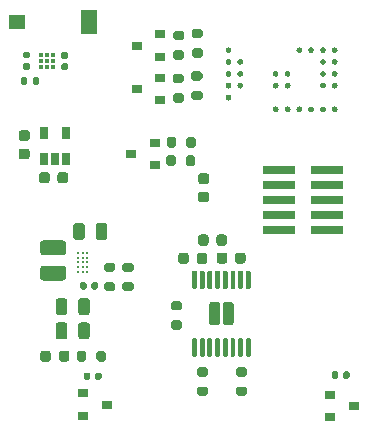
<source format=gbr>
%TF.GenerationSoftware,KiCad,Pcbnew,(5.1.9)-1*%
%TF.CreationDate,2021-03-26T19:47:33+01:00*%
%TF.ProjectId,DotBot,446f7442-6f74-42e6-9b69-6361645f7063,rev?*%
%TF.SameCoordinates,Original*%
%TF.FileFunction,Paste,Top*%
%TF.FilePolarity,Positive*%
%FSLAX46Y46*%
G04 Gerber Fmt 4.6, Leading zero omitted, Abs format (unit mm)*
G04 Created by KiCad (PCBNEW (5.1.9)-1) date 2021-03-26 19:47:33*
%MOMM*%
%LPD*%
G01*
G04 APERTURE LIST*
%ADD10R,2.790000X0.740000*%
%ADD11C,0.400000*%
%ADD12R,1.400000X1.200000*%
%ADD13R,1.400000X2.000000*%
%ADD14R,0.900000X0.800000*%
%ADD15R,0.650000X1.060000*%
%ADD16C,0.290000*%
G04 APERTURE END LIST*
%TO.C,C7*%
G36*
G01*
X95100000Y-67550000D02*
X95100000Y-67050000D01*
G75*
G02*
X95325000Y-66825000I225000J0D01*
G01*
X95775000Y-66825000D01*
G75*
G02*
X96000000Y-67050000I0J-225000D01*
G01*
X96000000Y-67550000D01*
G75*
G02*
X95775000Y-67775000I-225000J0D01*
G01*
X95325000Y-67775000D01*
G75*
G02*
X95100000Y-67550000I0J225000D01*
G01*
G37*
G36*
G01*
X96650000Y-67550000D02*
X96650000Y-67050000D01*
G75*
G02*
X96875000Y-66825000I225000J0D01*
G01*
X97325000Y-66825000D01*
G75*
G02*
X97550000Y-67050000I0J-225000D01*
G01*
X97550000Y-67550000D01*
G75*
G02*
X97325000Y-67775000I-225000J0D01*
G01*
X96875000Y-67775000D01*
G75*
G02*
X96650000Y-67550000I0J225000D01*
G01*
G37*
%TD*%
%TO.C,C14*%
G36*
G01*
X93750000Y-61675000D02*
X94250000Y-61675000D01*
G75*
G02*
X94475000Y-61900000I0J-225000D01*
G01*
X94475000Y-62350000D01*
G75*
G02*
X94250000Y-62575000I-225000J0D01*
G01*
X93750000Y-62575000D01*
G75*
G02*
X93525000Y-62350000I0J225000D01*
G01*
X93525000Y-61900000D01*
G75*
G02*
X93750000Y-61675000I225000J0D01*
G01*
G37*
G36*
G01*
X93750000Y-60125000D02*
X94250000Y-60125000D01*
G75*
G02*
X94475000Y-60350000I0J-225000D01*
G01*
X94475000Y-60800000D01*
G75*
G02*
X94250000Y-61025000I-225000J0D01*
G01*
X93750000Y-61025000D01*
G75*
G02*
X93525000Y-60800000I0J225000D01*
G01*
X93525000Y-60350000D01*
G75*
G02*
X93750000Y-60125000I225000J0D01*
G01*
G37*
%TD*%
%TO.C,R13*%
G36*
G01*
X84075000Y-75325000D02*
X84075000Y-75875000D01*
G75*
G02*
X83875000Y-76075000I-200000J0D01*
G01*
X83475000Y-76075000D01*
G75*
G02*
X83275000Y-75875000I0J200000D01*
G01*
X83275000Y-75325000D01*
G75*
G02*
X83475000Y-75125000I200000J0D01*
G01*
X83875000Y-75125000D01*
G75*
G02*
X84075000Y-75325000I0J-200000D01*
G01*
G37*
G36*
G01*
X85725000Y-75325000D02*
X85725000Y-75875000D01*
G75*
G02*
X85525000Y-76075000I-200000J0D01*
G01*
X85125000Y-76075000D01*
G75*
G02*
X84925000Y-75875000I0J200000D01*
G01*
X84925000Y-75325000D01*
G75*
G02*
X85125000Y-75125000I200000J0D01*
G01*
X85525000Y-75125000D01*
G75*
G02*
X85725000Y-75325000I0J-200000D01*
G01*
G37*
%TD*%
%TO.C,D2*%
G36*
G01*
X81750000Y-75856250D02*
X81750000Y-75343750D01*
G75*
G02*
X81968750Y-75125000I218750J0D01*
G01*
X82406250Y-75125000D01*
G75*
G02*
X82625000Y-75343750I0J-218750D01*
G01*
X82625000Y-75856250D01*
G75*
G02*
X82406250Y-76075000I-218750J0D01*
G01*
X81968750Y-76075000D01*
G75*
G02*
X81750000Y-75856250I0J218750D01*
G01*
G37*
G36*
G01*
X80175000Y-75856250D02*
X80175000Y-75343750D01*
G75*
G02*
X80393750Y-75125000I218750J0D01*
G01*
X80831250Y-75125000D01*
G75*
G02*
X81050000Y-75343750I0J-218750D01*
G01*
X81050000Y-75856250D01*
G75*
G02*
X80831250Y-76075000I-218750J0D01*
G01*
X80393750Y-76075000D01*
G75*
G02*
X80175000Y-75856250I0J218750D01*
G01*
G37*
%TD*%
D10*
%TO.C,J3*%
X100365000Y-59860000D03*
X104435000Y-59860000D03*
X100365000Y-61130000D03*
X104435000Y-61130000D03*
X100365000Y-62400000D03*
X104435000Y-62400000D03*
X100365000Y-63670000D03*
X104435000Y-63670000D03*
X100365000Y-64940000D03*
X104435000Y-64940000D03*
%TD*%
D11*
%TO.C,U4*%
X81212000Y-51120000D03*
X80712000Y-51120000D03*
X80212000Y-51120000D03*
X80212000Y-50620000D03*
X81212000Y-50620000D03*
X81212000Y-50120000D03*
X80212000Y-50120000D03*
X80712000Y-50120000D03*
X80712000Y-50620000D03*
%TD*%
%TO.C,C1*%
G36*
G01*
X82066000Y-49860000D02*
X82406000Y-49860000D01*
G75*
G02*
X82546000Y-50000000I0J-140000D01*
G01*
X82546000Y-50280000D01*
G75*
G02*
X82406000Y-50420000I-140000J0D01*
G01*
X82066000Y-50420000D01*
G75*
G02*
X81926000Y-50280000I0J140000D01*
G01*
X81926000Y-50000000D01*
G75*
G02*
X82066000Y-49860000I140000J0D01*
G01*
G37*
G36*
G01*
X82066000Y-50820000D02*
X82406000Y-50820000D01*
G75*
G02*
X82546000Y-50960000I0J-140000D01*
G01*
X82546000Y-51240000D01*
G75*
G02*
X82406000Y-51380000I-140000J0D01*
G01*
X82066000Y-51380000D01*
G75*
G02*
X81926000Y-51240000I0J140000D01*
G01*
X81926000Y-50960000D01*
G75*
G02*
X82066000Y-50820000I140000J0D01*
G01*
G37*
%TD*%
%TO.C,C2*%
G36*
G01*
X79170000Y-50380000D02*
X78830000Y-50380000D01*
G75*
G02*
X78690000Y-50240000I0J140000D01*
G01*
X78690000Y-49960000D01*
G75*
G02*
X78830000Y-49820000I140000J0D01*
G01*
X79170000Y-49820000D01*
G75*
G02*
X79310000Y-49960000I0J-140000D01*
G01*
X79310000Y-50240000D01*
G75*
G02*
X79170000Y-50380000I-140000J0D01*
G01*
G37*
G36*
G01*
X79170000Y-51340000D02*
X78830000Y-51340000D01*
G75*
G02*
X78690000Y-51200000I0J140000D01*
G01*
X78690000Y-50920000D01*
G75*
G02*
X78830000Y-50780000I140000J0D01*
G01*
X79170000Y-50780000D01*
G75*
G02*
X79310000Y-50920000I0J-140000D01*
G01*
X79310000Y-51200000D01*
G75*
G02*
X79170000Y-51340000I-140000J0D01*
G01*
G37*
%TD*%
%TO.C,C3*%
G36*
G01*
X83840000Y-77470000D02*
X83840000Y-77130000D01*
G75*
G02*
X83980000Y-76990000I140000J0D01*
G01*
X84260000Y-76990000D01*
G75*
G02*
X84400000Y-77130000I0J-140000D01*
G01*
X84400000Y-77470000D01*
G75*
G02*
X84260000Y-77610000I-140000J0D01*
G01*
X83980000Y-77610000D01*
G75*
G02*
X83840000Y-77470000I0J140000D01*
G01*
G37*
G36*
G01*
X84800000Y-77470000D02*
X84800000Y-77130000D01*
G75*
G02*
X84940000Y-76990000I140000J0D01*
G01*
X85220000Y-76990000D01*
G75*
G02*
X85360000Y-77130000I0J-140000D01*
G01*
X85360000Y-77470000D01*
G75*
G02*
X85220000Y-77610000I-140000J0D01*
G01*
X84940000Y-77610000D01*
G75*
G02*
X84800000Y-77470000I0J140000D01*
G01*
G37*
%TD*%
%TO.C,C4*%
G36*
G01*
X105800000Y-77370000D02*
X105800000Y-77030000D01*
G75*
G02*
X105940000Y-76890000I140000J0D01*
G01*
X106220000Y-76890000D01*
G75*
G02*
X106360000Y-77030000I0J-140000D01*
G01*
X106360000Y-77370000D01*
G75*
G02*
X106220000Y-77510000I-140000J0D01*
G01*
X105940000Y-77510000D01*
G75*
G02*
X105800000Y-77370000I0J140000D01*
G01*
G37*
G36*
G01*
X104840000Y-77370000D02*
X104840000Y-77030000D01*
G75*
G02*
X104980000Y-76890000I140000J0D01*
G01*
X105260000Y-76890000D01*
G75*
G02*
X105400000Y-77030000I0J-140000D01*
G01*
X105400000Y-77370000D01*
G75*
G02*
X105260000Y-77510000I-140000J0D01*
G01*
X104980000Y-77510000D01*
G75*
G02*
X104840000Y-77370000I0J140000D01*
G01*
G37*
%TD*%
%TO.C,C5*%
G36*
G01*
X95975000Y-65525000D02*
X95975000Y-66025000D01*
G75*
G02*
X95750000Y-66250000I-225000J0D01*
G01*
X95300000Y-66250000D01*
G75*
G02*
X95075000Y-66025000I0J225000D01*
G01*
X95075000Y-65525000D01*
G75*
G02*
X95300000Y-65300000I225000J0D01*
G01*
X95750000Y-65300000D01*
G75*
G02*
X95975000Y-65525000I0J-225000D01*
G01*
G37*
G36*
G01*
X94425000Y-65525000D02*
X94425000Y-66025000D01*
G75*
G02*
X94200000Y-66250000I-225000J0D01*
G01*
X93750000Y-66250000D01*
G75*
G02*
X93525000Y-66025000I0J225000D01*
G01*
X93525000Y-65525000D01*
G75*
G02*
X93750000Y-65300000I225000J0D01*
G01*
X94200000Y-65300000D01*
G75*
G02*
X94425000Y-65525000I0J-225000D01*
G01*
G37*
%TD*%
%TO.C,C6*%
G36*
G01*
X92750000Y-67075000D02*
X92750000Y-67575000D01*
G75*
G02*
X92525000Y-67800000I-225000J0D01*
G01*
X92075000Y-67800000D01*
G75*
G02*
X91850000Y-67575000I0J225000D01*
G01*
X91850000Y-67075000D01*
G75*
G02*
X92075000Y-66850000I225000J0D01*
G01*
X92525000Y-66850000D01*
G75*
G02*
X92750000Y-67075000I0J-225000D01*
G01*
G37*
G36*
G01*
X94300000Y-67075000D02*
X94300000Y-67575000D01*
G75*
G02*
X94075000Y-67800000I-225000J0D01*
G01*
X93625000Y-67800000D01*
G75*
G02*
X93400000Y-67575000I0J225000D01*
G01*
X93400000Y-67075000D01*
G75*
G02*
X93625000Y-66850000I225000J0D01*
G01*
X94075000Y-66850000D01*
G75*
G02*
X94300000Y-67075000I0J-225000D01*
G01*
G37*
%TD*%
%TO.C,C8*%
G36*
G01*
X82470000Y-72985000D02*
X82470000Y-73935000D01*
G75*
G02*
X82220000Y-74185000I-250000J0D01*
G01*
X81720000Y-74185000D01*
G75*
G02*
X81470000Y-73935000I0J250000D01*
G01*
X81470000Y-72985000D01*
G75*
G02*
X81720000Y-72735000I250000J0D01*
G01*
X82220000Y-72735000D01*
G75*
G02*
X82470000Y-72985000I0J-250000D01*
G01*
G37*
G36*
G01*
X84370000Y-72985000D02*
X84370000Y-73935000D01*
G75*
G02*
X84120000Y-74185000I-250000J0D01*
G01*
X83620000Y-74185000D01*
G75*
G02*
X83370000Y-73935000I0J250000D01*
G01*
X83370000Y-72985000D01*
G75*
G02*
X83620000Y-72735000I250000J0D01*
G01*
X84120000Y-72735000D01*
G75*
G02*
X84370000Y-72985000I0J-250000D01*
G01*
G37*
%TD*%
%TO.C,C9*%
G36*
G01*
X84370000Y-70935000D02*
X84370000Y-71885000D01*
G75*
G02*
X84120000Y-72135000I-250000J0D01*
G01*
X83620000Y-72135000D01*
G75*
G02*
X83370000Y-71885000I0J250000D01*
G01*
X83370000Y-70935000D01*
G75*
G02*
X83620000Y-70685000I250000J0D01*
G01*
X84120000Y-70685000D01*
G75*
G02*
X84370000Y-70935000I0J-250000D01*
G01*
G37*
G36*
G01*
X82470000Y-70935000D02*
X82470000Y-71885000D01*
G75*
G02*
X82220000Y-72135000I-250000J0D01*
G01*
X81720000Y-72135000D01*
G75*
G02*
X81470000Y-71885000I0J250000D01*
G01*
X81470000Y-70935000D01*
G75*
G02*
X81720000Y-70685000I250000J0D01*
G01*
X82220000Y-70685000D01*
G75*
G02*
X82470000Y-70935000I0J-250000D01*
G01*
G37*
%TD*%
%TO.C,C10*%
G36*
G01*
X83540000Y-69820000D02*
X83540000Y-69480000D01*
G75*
G02*
X83680000Y-69340000I140000J0D01*
G01*
X83960000Y-69340000D01*
G75*
G02*
X84100000Y-69480000I0J-140000D01*
G01*
X84100000Y-69820000D01*
G75*
G02*
X83960000Y-69960000I-140000J0D01*
G01*
X83680000Y-69960000D01*
G75*
G02*
X83540000Y-69820000I0J140000D01*
G01*
G37*
G36*
G01*
X84500000Y-69820000D02*
X84500000Y-69480000D01*
G75*
G02*
X84640000Y-69340000I140000J0D01*
G01*
X84920000Y-69340000D01*
G75*
G02*
X85060000Y-69480000I0J-140000D01*
G01*
X85060000Y-69820000D01*
G75*
G02*
X84920000Y-69960000I-140000J0D01*
G01*
X84640000Y-69960000D01*
G75*
G02*
X84500000Y-69820000I0J140000D01*
G01*
G37*
%TD*%
%TO.C,C11*%
G36*
G01*
X78550000Y-58025000D02*
X79050000Y-58025000D01*
G75*
G02*
X79275000Y-58250000I0J-225000D01*
G01*
X79275000Y-58700000D01*
G75*
G02*
X79050000Y-58925000I-225000J0D01*
G01*
X78550000Y-58925000D01*
G75*
G02*
X78325000Y-58700000I0J225000D01*
G01*
X78325000Y-58250000D01*
G75*
G02*
X78550000Y-58025000I225000J0D01*
G01*
G37*
G36*
G01*
X78550000Y-56475000D02*
X79050000Y-56475000D01*
G75*
G02*
X79275000Y-56700000I0J-225000D01*
G01*
X79275000Y-57150000D01*
G75*
G02*
X79050000Y-57375000I-225000J0D01*
G01*
X78550000Y-57375000D01*
G75*
G02*
X78325000Y-57150000I0J225000D01*
G01*
X78325000Y-56700000D01*
G75*
G02*
X78550000Y-56475000I225000J0D01*
G01*
G37*
%TD*%
%TO.C,C12*%
G36*
G01*
X80075000Y-60750000D02*
X80075000Y-60250000D01*
G75*
G02*
X80300000Y-60025000I225000J0D01*
G01*
X80750000Y-60025000D01*
G75*
G02*
X80975000Y-60250000I0J-225000D01*
G01*
X80975000Y-60750000D01*
G75*
G02*
X80750000Y-60975000I-225000J0D01*
G01*
X80300000Y-60975000D01*
G75*
G02*
X80075000Y-60750000I0J225000D01*
G01*
G37*
G36*
G01*
X81625000Y-60750000D02*
X81625000Y-60250000D01*
G75*
G02*
X81850000Y-60025000I225000J0D01*
G01*
X82300000Y-60025000D01*
G75*
G02*
X82525000Y-60250000I0J-225000D01*
G01*
X82525000Y-60750000D01*
G75*
G02*
X82300000Y-60975000I-225000J0D01*
G01*
X81850000Y-60975000D01*
G75*
G02*
X81625000Y-60750000I0J225000D01*
G01*
G37*
%TD*%
%TO.C,C13*%
G36*
G01*
X85850000Y-64575000D02*
X85850000Y-65525000D01*
G75*
G02*
X85600000Y-65775000I-250000J0D01*
G01*
X85100000Y-65775000D01*
G75*
G02*
X84850000Y-65525000I0J250000D01*
G01*
X84850000Y-64575000D01*
G75*
G02*
X85100000Y-64325000I250000J0D01*
G01*
X85600000Y-64325000D01*
G75*
G02*
X85850000Y-64575000I0J-250000D01*
G01*
G37*
G36*
G01*
X83950000Y-64575000D02*
X83950000Y-65525000D01*
G75*
G02*
X83700000Y-65775000I-250000J0D01*
G01*
X83200000Y-65775000D01*
G75*
G02*
X82950000Y-65525000I0J250000D01*
G01*
X82950000Y-64575000D01*
G75*
G02*
X83200000Y-64325000I250000J0D01*
G01*
X83700000Y-64325000D01*
G75*
G02*
X83950000Y-64575000I0J-250000D01*
G01*
G37*
%TD*%
D12*
%TO.C,D1*%
X78200000Y-47300000D03*
D13*
X84300000Y-47300000D03*
%TD*%
%TO.C,L1*%
G36*
G01*
X82100000Y-69200000D02*
X80400000Y-69200000D01*
G75*
G02*
X80150000Y-68950000I0J250000D01*
G01*
X80150000Y-68200000D01*
G75*
G02*
X80400000Y-67950000I250000J0D01*
G01*
X82100000Y-67950000D01*
G75*
G02*
X82350000Y-68200000I0J-250000D01*
G01*
X82350000Y-68950000D01*
G75*
G02*
X82100000Y-69200000I-250000J0D01*
G01*
G37*
G36*
G01*
X82100000Y-67050000D02*
X80400000Y-67050000D01*
G75*
G02*
X80150000Y-66800000I0J250000D01*
G01*
X80150000Y-66050000D01*
G75*
G02*
X80400000Y-65800000I250000J0D01*
G01*
X82100000Y-65800000D01*
G75*
G02*
X82350000Y-66050000I0J-250000D01*
G01*
X82350000Y-66800000D01*
G75*
G02*
X82100000Y-67050000I-250000J0D01*
G01*
G37*
%TD*%
D14*
%TO.C,Q1*%
X90316000Y-53944000D03*
X90316000Y-52044000D03*
X88316000Y-52994000D03*
%TD*%
%TO.C,Q2*%
X90316000Y-50250000D03*
X90316000Y-48350000D03*
X88316000Y-49300000D03*
%TD*%
%TO.C,Q4*%
X89850000Y-59450000D03*
X89850000Y-57550000D03*
X87850000Y-58500000D03*
%TD*%
%TO.C,R1*%
G36*
G01*
X91975000Y-71725000D02*
X91425000Y-71725000D01*
G75*
G02*
X91225000Y-71525000I0J200000D01*
G01*
X91225000Y-71125000D01*
G75*
G02*
X91425000Y-70925000I200000J0D01*
G01*
X91975000Y-70925000D01*
G75*
G02*
X92175000Y-71125000I0J-200000D01*
G01*
X92175000Y-71525000D01*
G75*
G02*
X91975000Y-71725000I-200000J0D01*
G01*
G37*
G36*
G01*
X91975000Y-73375000D02*
X91425000Y-73375000D01*
G75*
G02*
X91225000Y-73175000I0J200000D01*
G01*
X91225000Y-72775000D01*
G75*
G02*
X91425000Y-72575000I200000J0D01*
G01*
X91975000Y-72575000D01*
G75*
G02*
X92175000Y-72775000I0J-200000D01*
G01*
X92175000Y-73175000D01*
G75*
G02*
X91975000Y-73375000I-200000J0D01*
G01*
G37*
%TD*%
%TO.C,R2*%
G36*
G01*
X78520000Y-52485000D02*
X78520000Y-52115000D01*
G75*
G02*
X78655000Y-51980000I135000J0D01*
G01*
X78925000Y-51980000D01*
G75*
G02*
X79060000Y-52115000I0J-135000D01*
G01*
X79060000Y-52485000D01*
G75*
G02*
X78925000Y-52620000I-135000J0D01*
G01*
X78655000Y-52620000D01*
G75*
G02*
X78520000Y-52485000I0J135000D01*
G01*
G37*
G36*
G01*
X79540000Y-52485000D02*
X79540000Y-52115000D01*
G75*
G02*
X79675000Y-51980000I135000J0D01*
G01*
X79945000Y-51980000D01*
G75*
G02*
X80080000Y-52115000I0J-135000D01*
G01*
X80080000Y-52485000D01*
G75*
G02*
X79945000Y-52620000I-135000J0D01*
G01*
X79675000Y-52620000D01*
G75*
G02*
X79540000Y-52485000I0J135000D01*
G01*
G37*
%TD*%
%TO.C,R3*%
G36*
G01*
X97475000Y-78975000D02*
X96925000Y-78975000D01*
G75*
G02*
X96725000Y-78775000I0J200000D01*
G01*
X96725000Y-78375000D01*
G75*
G02*
X96925000Y-78175000I200000J0D01*
G01*
X97475000Y-78175000D01*
G75*
G02*
X97675000Y-78375000I0J-200000D01*
G01*
X97675000Y-78775000D01*
G75*
G02*
X97475000Y-78975000I-200000J0D01*
G01*
G37*
G36*
G01*
X97475000Y-77325000D02*
X96925000Y-77325000D01*
G75*
G02*
X96725000Y-77125000I0J200000D01*
G01*
X96725000Y-76725000D01*
G75*
G02*
X96925000Y-76525000I200000J0D01*
G01*
X97475000Y-76525000D01*
G75*
G02*
X97675000Y-76725000I0J-200000D01*
G01*
X97675000Y-77125000D01*
G75*
G02*
X97475000Y-77325000I-200000J0D01*
G01*
G37*
%TD*%
%TO.C,R4*%
G36*
G01*
X94175000Y-77325000D02*
X93625000Y-77325000D01*
G75*
G02*
X93425000Y-77125000I0J200000D01*
G01*
X93425000Y-76725000D01*
G75*
G02*
X93625000Y-76525000I200000J0D01*
G01*
X94175000Y-76525000D01*
G75*
G02*
X94375000Y-76725000I0J-200000D01*
G01*
X94375000Y-77125000D01*
G75*
G02*
X94175000Y-77325000I-200000J0D01*
G01*
G37*
G36*
G01*
X94175000Y-78975000D02*
X93625000Y-78975000D01*
G75*
G02*
X93425000Y-78775000I0J200000D01*
G01*
X93425000Y-78375000D01*
G75*
G02*
X93625000Y-78175000I200000J0D01*
G01*
X94175000Y-78175000D01*
G75*
G02*
X94375000Y-78375000I0J-200000D01*
G01*
X94375000Y-78775000D01*
G75*
G02*
X94175000Y-78975000I-200000J0D01*
G01*
G37*
%TD*%
%TO.C,R5*%
G36*
G01*
X93155000Y-51475000D02*
X93705000Y-51475000D01*
G75*
G02*
X93905000Y-51675000I0J-200000D01*
G01*
X93905000Y-52075000D01*
G75*
G02*
X93705000Y-52275000I-200000J0D01*
G01*
X93155000Y-52275000D01*
G75*
G02*
X92955000Y-52075000I0J200000D01*
G01*
X92955000Y-51675000D01*
G75*
G02*
X93155000Y-51475000I200000J0D01*
G01*
G37*
G36*
G01*
X93155000Y-53125000D02*
X93705000Y-53125000D01*
G75*
G02*
X93905000Y-53325000I0J-200000D01*
G01*
X93905000Y-53725000D01*
G75*
G02*
X93705000Y-53925000I-200000J0D01*
G01*
X93155000Y-53925000D01*
G75*
G02*
X92955000Y-53725000I0J200000D01*
G01*
X92955000Y-53325000D01*
G75*
G02*
X93155000Y-53125000I200000J0D01*
G01*
G37*
%TD*%
%TO.C,R6*%
G36*
G01*
X93185000Y-47875000D02*
X93735000Y-47875000D01*
G75*
G02*
X93935000Y-48075000I0J-200000D01*
G01*
X93935000Y-48475000D01*
G75*
G02*
X93735000Y-48675000I-200000J0D01*
G01*
X93185000Y-48675000D01*
G75*
G02*
X92985000Y-48475000I0J200000D01*
G01*
X92985000Y-48075000D01*
G75*
G02*
X93185000Y-47875000I200000J0D01*
G01*
G37*
G36*
G01*
X93185000Y-49525000D02*
X93735000Y-49525000D01*
G75*
G02*
X93935000Y-49725000I0J-200000D01*
G01*
X93935000Y-50125000D01*
G75*
G02*
X93735000Y-50325000I-200000J0D01*
G01*
X93185000Y-50325000D01*
G75*
G02*
X92985000Y-50125000I0J200000D01*
G01*
X92985000Y-49725000D01*
G75*
G02*
X93185000Y-49525000I200000J0D01*
G01*
G37*
%TD*%
%TO.C,R7*%
G36*
G01*
X92135000Y-52485000D02*
X91585000Y-52485000D01*
G75*
G02*
X91385000Y-52285000I0J200000D01*
G01*
X91385000Y-51885000D01*
G75*
G02*
X91585000Y-51685000I200000J0D01*
G01*
X92135000Y-51685000D01*
G75*
G02*
X92335000Y-51885000I0J-200000D01*
G01*
X92335000Y-52285000D01*
G75*
G02*
X92135000Y-52485000I-200000J0D01*
G01*
G37*
G36*
G01*
X92135000Y-54135000D02*
X91585000Y-54135000D01*
G75*
G02*
X91385000Y-53935000I0J200000D01*
G01*
X91385000Y-53535000D01*
G75*
G02*
X91585000Y-53335000I200000J0D01*
G01*
X92135000Y-53335000D01*
G75*
G02*
X92335000Y-53535000I0J-200000D01*
G01*
X92335000Y-53935000D01*
G75*
G02*
X92135000Y-54135000I-200000J0D01*
G01*
G37*
%TD*%
%TO.C,R8*%
G36*
G01*
X92165000Y-48835000D02*
X91615000Y-48835000D01*
G75*
G02*
X91415000Y-48635000I0J200000D01*
G01*
X91415000Y-48235000D01*
G75*
G02*
X91615000Y-48035000I200000J0D01*
G01*
X92165000Y-48035000D01*
G75*
G02*
X92365000Y-48235000I0J-200000D01*
G01*
X92365000Y-48635000D01*
G75*
G02*
X92165000Y-48835000I-200000J0D01*
G01*
G37*
G36*
G01*
X92165000Y-50485000D02*
X91615000Y-50485000D01*
G75*
G02*
X91415000Y-50285000I0J200000D01*
G01*
X91415000Y-49885000D01*
G75*
G02*
X91615000Y-49685000I200000J0D01*
G01*
X92165000Y-49685000D01*
G75*
G02*
X92365000Y-49885000I0J-200000D01*
G01*
X92365000Y-50285000D01*
G75*
G02*
X92165000Y-50485000I-200000J0D01*
G01*
G37*
%TD*%
%TO.C,R9*%
G36*
G01*
X86325000Y-70125000D02*
X85775000Y-70125000D01*
G75*
G02*
X85575000Y-69925000I0J200000D01*
G01*
X85575000Y-69525000D01*
G75*
G02*
X85775000Y-69325000I200000J0D01*
G01*
X86325000Y-69325000D01*
G75*
G02*
X86525000Y-69525000I0J-200000D01*
G01*
X86525000Y-69925000D01*
G75*
G02*
X86325000Y-70125000I-200000J0D01*
G01*
G37*
G36*
G01*
X86325000Y-68475000D02*
X85775000Y-68475000D01*
G75*
G02*
X85575000Y-68275000I0J200000D01*
G01*
X85575000Y-67875000D01*
G75*
G02*
X85775000Y-67675000I200000J0D01*
G01*
X86325000Y-67675000D01*
G75*
G02*
X86525000Y-67875000I0J-200000D01*
G01*
X86525000Y-68275000D01*
G75*
G02*
X86325000Y-68475000I-200000J0D01*
G01*
G37*
%TD*%
%TO.C,R10*%
G36*
G01*
X87325000Y-69325000D02*
X87875000Y-69325000D01*
G75*
G02*
X88075000Y-69525000I0J-200000D01*
G01*
X88075000Y-69925000D01*
G75*
G02*
X87875000Y-70125000I-200000J0D01*
G01*
X87325000Y-70125000D01*
G75*
G02*
X87125000Y-69925000I0J200000D01*
G01*
X87125000Y-69525000D01*
G75*
G02*
X87325000Y-69325000I200000J0D01*
G01*
G37*
G36*
G01*
X87325000Y-67675000D02*
X87875000Y-67675000D01*
G75*
G02*
X88075000Y-67875000I0J-200000D01*
G01*
X88075000Y-68275000D01*
G75*
G02*
X87875000Y-68475000I-200000J0D01*
G01*
X87325000Y-68475000D01*
G75*
G02*
X87125000Y-68275000I0J200000D01*
G01*
X87125000Y-67875000D01*
G75*
G02*
X87325000Y-67675000I200000J0D01*
G01*
G37*
%TD*%
%TO.C,R11*%
G36*
G01*
X90875000Y-57775000D02*
X90875000Y-57225000D01*
G75*
G02*
X91075000Y-57025000I200000J0D01*
G01*
X91475000Y-57025000D01*
G75*
G02*
X91675000Y-57225000I0J-200000D01*
G01*
X91675000Y-57775000D01*
G75*
G02*
X91475000Y-57975000I-200000J0D01*
G01*
X91075000Y-57975000D01*
G75*
G02*
X90875000Y-57775000I0J200000D01*
G01*
G37*
G36*
G01*
X92525000Y-57775000D02*
X92525000Y-57225000D01*
G75*
G02*
X92725000Y-57025000I200000J0D01*
G01*
X93125000Y-57025000D01*
G75*
G02*
X93325000Y-57225000I0J-200000D01*
G01*
X93325000Y-57775000D01*
G75*
G02*
X93125000Y-57975000I-200000J0D01*
G01*
X92725000Y-57975000D01*
G75*
G02*
X92525000Y-57775000I0J200000D01*
G01*
G37*
%TD*%
%TO.C,R12*%
G36*
G01*
X93275000Y-58775000D02*
X93275000Y-59325000D01*
G75*
G02*
X93075000Y-59525000I-200000J0D01*
G01*
X92675000Y-59525000D01*
G75*
G02*
X92475000Y-59325000I0J200000D01*
G01*
X92475000Y-58775000D01*
G75*
G02*
X92675000Y-58575000I200000J0D01*
G01*
X93075000Y-58575000D01*
G75*
G02*
X93275000Y-58775000I0J-200000D01*
G01*
G37*
G36*
G01*
X91625000Y-58775000D02*
X91625000Y-59325000D01*
G75*
G02*
X91425000Y-59525000I-200000J0D01*
G01*
X91025000Y-59525000D01*
G75*
G02*
X90825000Y-59325000I0J200000D01*
G01*
X90825000Y-58775000D01*
G75*
G02*
X91025000Y-58575000I200000J0D01*
G01*
X91425000Y-58575000D01*
G75*
G02*
X91625000Y-58775000I0J-200000D01*
G01*
G37*
%TD*%
%TO.C,U1*%
X85800000Y-79700000D03*
X83800000Y-80650000D03*
X83800000Y-78750000D03*
%TD*%
%TO.C,U2*%
X106700000Y-79800000D03*
X104700000Y-80750000D03*
X104700000Y-78850000D03*
%TD*%
%TO.C,U3*%
G36*
G01*
X93325000Y-75650000D02*
X93125000Y-75650000D01*
G75*
G02*
X93025000Y-75550000I0J100000D01*
G01*
X93025000Y-74175000D01*
G75*
G02*
X93125000Y-74075000I100000J0D01*
G01*
X93325000Y-74075000D01*
G75*
G02*
X93425000Y-74175000I0J-100000D01*
G01*
X93425000Y-75550000D01*
G75*
G02*
X93325000Y-75650000I-100000J0D01*
G01*
G37*
G36*
G01*
X93975000Y-75650000D02*
X93775000Y-75650000D01*
G75*
G02*
X93675000Y-75550000I0J100000D01*
G01*
X93675000Y-74175000D01*
G75*
G02*
X93775000Y-74075000I100000J0D01*
G01*
X93975000Y-74075000D01*
G75*
G02*
X94075000Y-74175000I0J-100000D01*
G01*
X94075000Y-75550000D01*
G75*
G02*
X93975000Y-75650000I-100000J0D01*
G01*
G37*
G36*
G01*
X94625000Y-75650000D02*
X94425000Y-75650000D01*
G75*
G02*
X94325000Y-75550000I0J100000D01*
G01*
X94325000Y-74175000D01*
G75*
G02*
X94425000Y-74075000I100000J0D01*
G01*
X94625000Y-74075000D01*
G75*
G02*
X94725000Y-74175000I0J-100000D01*
G01*
X94725000Y-75550000D01*
G75*
G02*
X94625000Y-75650000I-100000J0D01*
G01*
G37*
G36*
G01*
X95275000Y-75650000D02*
X95075000Y-75650000D01*
G75*
G02*
X94975000Y-75550000I0J100000D01*
G01*
X94975000Y-74175000D01*
G75*
G02*
X95075000Y-74075000I100000J0D01*
G01*
X95275000Y-74075000D01*
G75*
G02*
X95375000Y-74175000I0J-100000D01*
G01*
X95375000Y-75550000D01*
G75*
G02*
X95275000Y-75650000I-100000J0D01*
G01*
G37*
G36*
G01*
X95925000Y-75650000D02*
X95725000Y-75650000D01*
G75*
G02*
X95625000Y-75550000I0J100000D01*
G01*
X95625000Y-74175000D01*
G75*
G02*
X95725000Y-74075000I100000J0D01*
G01*
X95925000Y-74075000D01*
G75*
G02*
X96025000Y-74175000I0J-100000D01*
G01*
X96025000Y-75550000D01*
G75*
G02*
X95925000Y-75650000I-100000J0D01*
G01*
G37*
G36*
G01*
X96575000Y-75650000D02*
X96375000Y-75650000D01*
G75*
G02*
X96275000Y-75550000I0J100000D01*
G01*
X96275000Y-74175000D01*
G75*
G02*
X96375000Y-74075000I100000J0D01*
G01*
X96575000Y-74075000D01*
G75*
G02*
X96675000Y-74175000I0J-100000D01*
G01*
X96675000Y-75550000D01*
G75*
G02*
X96575000Y-75650000I-100000J0D01*
G01*
G37*
G36*
G01*
X97225000Y-75650000D02*
X97025000Y-75650000D01*
G75*
G02*
X96925000Y-75550000I0J100000D01*
G01*
X96925000Y-74175000D01*
G75*
G02*
X97025000Y-74075000I100000J0D01*
G01*
X97225000Y-74075000D01*
G75*
G02*
X97325000Y-74175000I0J-100000D01*
G01*
X97325000Y-75550000D01*
G75*
G02*
X97225000Y-75650000I-100000J0D01*
G01*
G37*
G36*
G01*
X97875000Y-75650000D02*
X97675000Y-75650000D01*
G75*
G02*
X97575000Y-75550000I0J100000D01*
G01*
X97575000Y-74175000D01*
G75*
G02*
X97675000Y-74075000I100000J0D01*
G01*
X97875000Y-74075000D01*
G75*
G02*
X97975000Y-74175000I0J-100000D01*
G01*
X97975000Y-75550000D01*
G75*
G02*
X97875000Y-75650000I-100000J0D01*
G01*
G37*
G36*
G01*
X97875000Y-69925000D02*
X97675000Y-69925000D01*
G75*
G02*
X97575000Y-69825000I0J100000D01*
G01*
X97575000Y-68450000D01*
G75*
G02*
X97675000Y-68350000I100000J0D01*
G01*
X97875000Y-68350000D01*
G75*
G02*
X97975000Y-68450000I0J-100000D01*
G01*
X97975000Y-69825000D01*
G75*
G02*
X97875000Y-69925000I-100000J0D01*
G01*
G37*
G36*
G01*
X97225000Y-69925000D02*
X97025000Y-69925000D01*
G75*
G02*
X96925000Y-69825000I0J100000D01*
G01*
X96925000Y-68450000D01*
G75*
G02*
X97025000Y-68350000I100000J0D01*
G01*
X97225000Y-68350000D01*
G75*
G02*
X97325000Y-68450000I0J-100000D01*
G01*
X97325000Y-69825000D01*
G75*
G02*
X97225000Y-69925000I-100000J0D01*
G01*
G37*
G36*
G01*
X96575000Y-69925000D02*
X96375000Y-69925000D01*
G75*
G02*
X96275000Y-69825000I0J100000D01*
G01*
X96275000Y-68450000D01*
G75*
G02*
X96375000Y-68350000I100000J0D01*
G01*
X96575000Y-68350000D01*
G75*
G02*
X96675000Y-68450000I0J-100000D01*
G01*
X96675000Y-69825000D01*
G75*
G02*
X96575000Y-69925000I-100000J0D01*
G01*
G37*
G36*
G01*
X95925000Y-69925000D02*
X95725000Y-69925000D01*
G75*
G02*
X95625000Y-69825000I0J100000D01*
G01*
X95625000Y-68450000D01*
G75*
G02*
X95725000Y-68350000I100000J0D01*
G01*
X95925000Y-68350000D01*
G75*
G02*
X96025000Y-68450000I0J-100000D01*
G01*
X96025000Y-69825000D01*
G75*
G02*
X95925000Y-69925000I-100000J0D01*
G01*
G37*
G36*
G01*
X95275000Y-69925000D02*
X95075000Y-69925000D01*
G75*
G02*
X94975000Y-69825000I0J100000D01*
G01*
X94975000Y-68450000D01*
G75*
G02*
X95075000Y-68350000I100000J0D01*
G01*
X95275000Y-68350000D01*
G75*
G02*
X95375000Y-68450000I0J-100000D01*
G01*
X95375000Y-69825000D01*
G75*
G02*
X95275000Y-69925000I-100000J0D01*
G01*
G37*
G36*
G01*
X94625000Y-69925000D02*
X94425000Y-69925000D01*
G75*
G02*
X94325000Y-69825000I0J100000D01*
G01*
X94325000Y-68450000D01*
G75*
G02*
X94425000Y-68350000I100000J0D01*
G01*
X94625000Y-68350000D01*
G75*
G02*
X94725000Y-68450000I0J-100000D01*
G01*
X94725000Y-69825000D01*
G75*
G02*
X94625000Y-69925000I-100000J0D01*
G01*
G37*
G36*
G01*
X93975000Y-69925000D02*
X93775000Y-69925000D01*
G75*
G02*
X93675000Y-69825000I0J100000D01*
G01*
X93675000Y-68450000D01*
G75*
G02*
X93775000Y-68350000I100000J0D01*
G01*
X93975000Y-68350000D01*
G75*
G02*
X94075000Y-68450000I0J-100000D01*
G01*
X94075000Y-69825000D01*
G75*
G02*
X93975000Y-69925000I-100000J0D01*
G01*
G37*
G36*
G01*
X93325000Y-69925000D02*
X93125000Y-69925000D01*
G75*
G02*
X93025000Y-69825000I0J100000D01*
G01*
X93025000Y-68450000D01*
G75*
G02*
X93125000Y-68350000I100000J0D01*
G01*
X93325000Y-68350000D01*
G75*
G02*
X93425000Y-68450000I0J-100000D01*
G01*
X93425000Y-69825000D01*
G75*
G02*
X93325000Y-69925000I-100000J0D01*
G01*
G37*
G36*
G01*
X95152500Y-72990000D02*
X94687500Y-72990000D01*
G75*
G02*
X94455000Y-72757500I0J232500D01*
G01*
X94455000Y-71242500D01*
G75*
G02*
X94687500Y-71010000I232500J0D01*
G01*
X95152500Y-71010000D01*
G75*
G02*
X95385000Y-71242500I0J-232500D01*
G01*
X95385000Y-72757500D01*
G75*
G02*
X95152500Y-72990000I-232500J0D01*
G01*
G37*
G36*
G01*
X96312500Y-72990000D02*
X95847500Y-72990000D01*
G75*
G02*
X95615000Y-72757500I0J232500D01*
G01*
X95615000Y-71242500D01*
G75*
G02*
X95847500Y-71010000I232500J0D01*
G01*
X96312500Y-71010000D01*
G75*
G02*
X96545000Y-71242500I0J-232500D01*
G01*
X96545000Y-72757500D01*
G75*
G02*
X96312500Y-72990000I-232500J0D01*
G01*
G37*
%TD*%
%TO.C,U5*%
G36*
G01*
X95850200Y-49699400D02*
X95850200Y-49699400D01*
G75*
G02*
X96104200Y-49445400I254000J0D01*
G01*
X96104200Y-49445400D01*
G75*
G02*
X96358200Y-49699400I0J-254000D01*
G01*
X96358200Y-49699400D01*
G75*
G02*
X96104200Y-49953400I-254000J0D01*
G01*
X96104200Y-49953400D01*
G75*
G02*
X95850200Y-49699400I0J254000D01*
G01*
G37*
G36*
G01*
X95850200Y-50690000D02*
X95850200Y-50690000D01*
G75*
G02*
X96104200Y-50436000I254000J0D01*
G01*
X96104200Y-50436000D01*
G75*
G02*
X96358200Y-50690000I0J-254000D01*
G01*
X96358200Y-50690000D01*
G75*
G02*
X96104200Y-50944000I-254000J0D01*
G01*
X96104200Y-50944000D01*
G75*
G02*
X95850200Y-50690000I0J254000D01*
G01*
G37*
G36*
G01*
X95850200Y-51706000D02*
X95850200Y-51706000D01*
G75*
G02*
X96104200Y-51452000I254000J0D01*
G01*
X96104200Y-51452000D01*
G75*
G02*
X96358200Y-51706000I0J-254000D01*
G01*
X96358200Y-51706000D01*
G75*
G02*
X96104200Y-51960000I-254000J0D01*
G01*
X96104200Y-51960000D01*
G75*
G02*
X95850200Y-51706000I0J254000D01*
G01*
G37*
G36*
G01*
X95850200Y-52696600D02*
X95850200Y-52696600D01*
G75*
G02*
X96104200Y-52442600I254000J0D01*
G01*
X96104200Y-52442600D01*
G75*
G02*
X96358200Y-52696600I0J-254000D01*
G01*
X96358200Y-52696600D01*
G75*
G02*
X96104200Y-52950600I-254000J0D01*
G01*
X96104200Y-52950600D01*
G75*
G02*
X95850200Y-52696600I0J254000D01*
G01*
G37*
G36*
G01*
X95850200Y-53712600D02*
X95850200Y-53712600D01*
G75*
G02*
X96104200Y-53458600I254000J0D01*
G01*
X96104200Y-53458600D01*
G75*
G02*
X96358200Y-53712600I0J-254000D01*
G01*
X96358200Y-53712600D01*
G75*
G02*
X96104200Y-53966600I-254000J0D01*
G01*
X96104200Y-53966600D01*
G75*
G02*
X95850200Y-53712600I0J254000D01*
G01*
G37*
G36*
G01*
X96840800Y-50690000D02*
X96840800Y-50690000D01*
G75*
G02*
X97094800Y-50436000I254000J0D01*
G01*
X97094800Y-50436000D01*
G75*
G02*
X97348800Y-50690000I0J-254000D01*
G01*
X97348800Y-50690000D01*
G75*
G02*
X97094800Y-50944000I-254000J0D01*
G01*
X97094800Y-50944000D01*
G75*
G02*
X96840800Y-50690000I0J254000D01*
G01*
G37*
G36*
G01*
X96840800Y-51706000D02*
X96840800Y-51706000D01*
G75*
G02*
X97094800Y-51452000I254000J0D01*
G01*
X97094800Y-51452000D01*
G75*
G02*
X97348800Y-51706000I0J-254000D01*
G01*
X97348800Y-51706000D01*
G75*
G02*
X97094800Y-51960000I-254000J0D01*
G01*
X97094800Y-51960000D01*
G75*
G02*
X96840800Y-51706000I0J254000D01*
G01*
G37*
G36*
G01*
X96840800Y-52696600D02*
X96840800Y-52696600D01*
G75*
G02*
X97094800Y-52442600I254000J0D01*
G01*
X97094800Y-52442600D01*
G75*
G02*
X97348800Y-52696600I0J-254000D01*
G01*
X97348800Y-52696600D01*
G75*
G02*
X97094800Y-52950600I-254000J0D01*
G01*
X97094800Y-52950600D01*
G75*
G02*
X96840800Y-52696600I0J254000D01*
G01*
G37*
G36*
G01*
X99838000Y-54703200D02*
X99838000Y-54703200D01*
G75*
G02*
X100092000Y-54449200I254000J0D01*
G01*
X100092000Y-54449200D01*
G75*
G02*
X100346000Y-54703200I0J-254000D01*
G01*
X100346000Y-54703200D01*
G75*
G02*
X100092000Y-54957200I-254000J0D01*
G01*
X100092000Y-54957200D01*
G75*
G02*
X99838000Y-54703200I0J254000D01*
G01*
G37*
G36*
G01*
X100854000Y-54703200D02*
X100854000Y-54703200D01*
G75*
G02*
X101108000Y-54449200I254000J0D01*
G01*
X101108000Y-54449200D01*
G75*
G02*
X101362000Y-54703200I0J-254000D01*
G01*
X101362000Y-54703200D01*
G75*
G02*
X101108000Y-54957200I-254000J0D01*
G01*
X101108000Y-54957200D01*
G75*
G02*
X100854000Y-54703200I0J254000D01*
G01*
G37*
G36*
G01*
X101844600Y-54703200D02*
X101844600Y-54703200D01*
G75*
G02*
X102098600Y-54449200I254000J0D01*
G01*
X102098600Y-54449200D01*
G75*
G02*
X102352600Y-54703200I0J-254000D01*
G01*
X102352600Y-54703200D01*
G75*
G02*
X102098600Y-54957200I-254000J0D01*
G01*
X102098600Y-54957200D01*
G75*
G02*
X101844600Y-54703200I0J254000D01*
G01*
G37*
G36*
G01*
X102835200Y-54703200D02*
X102835200Y-54703200D01*
G75*
G02*
X103089200Y-54449200I254000J0D01*
G01*
X103089200Y-54449200D01*
G75*
G02*
X103343200Y-54703200I0J-254000D01*
G01*
X103343200Y-54703200D01*
G75*
G02*
X103089200Y-54957200I-254000J0D01*
G01*
X103089200Y-54957200D01*
G75*
G02*
X102835200Y-54703200I0J254000D01*
G01*
G37*
G36*
G01*
X103851200Y-54703200D02*
X103851200Y-54703200D01*
G75*
G02*
X104105200Y-54449200I254000J0D01*
G01*
X104105200Y-54449200D01*
G75*
G02*
X104359200Y-54703200I0J-254000D01*
G01*
X104359200Y-54703200D01*
G75*
G02*
X104105200Y-54957200I-254000J0D01*
G01*
X104105200Y-54957200D01*
G75*
G02*
X103851200Y-54703200I0J254000D01*
G01*
G37*
G36*
G01*
X104841800Y-54703200D02*
X104841800Y-54703200D01*
G75*
G02*
X105095800Y-54449200I254000J0D01*
G01*
X105095800Y-54449200D01*
G75*
G02*
X105349800Y-54703200I0J-254000D01*
G01*
X105349800Y-54703200D01*
G75*
G02*
X105095800Y-54957200I-254000J0D01*
G01*
X105095800Y-54957200D01*
G75*
G02*
X104841800Y-54703200I0J254000D01*
G01*
G37*
G36*
G01*
X104841800Y-52696600D02*
X104841800Y-52696600D01*
G75*
G02*
X105095800Y-52442600I254000J0D01*
G01*
X105095800Y-52442600D01*
G75*
G02*
X105349800Y-52696600I0J-254000D01*
G01*
X105349800Y-52696600D01*
G75*
G02*
X105095800Y-52950600I-254000J0D01*
G01*
X105095800Y-52950600D01*
G75*
G02*
X104841800Y-52696600I0J254000D01*
G01*
G37*
G36*
G01*
X104841800Y-51706000D02*
X104841800Y-51706000D01*
G75*
G02*
X105095800Y-51452000I254000J0D01*
G01*
X105095800Y-51452000D01*
G75*
G02*
X105349800Y-51706000I0J-254000D01*
G01*
X105349800Y-51706000D01*
G75*
G02*
X105095800Y-51960000I-254000J0D01*
G01*
X105095800Y-51960000D01*
G75*
G02*
X104841800Y-51706000I0J254000D01*
G01*
G37*
G36*
G01*
X104841800Y-50690000D02*
X104841800Y-50690000D01*
G75*
G02*
X105095800Y-50436000I254000J0D01*
G01*
X105095800Y-50436000D01*
G75*
G02*
X105349800Y-50690000I0J-254000D01*
G01*
X105349800Y-50690000D01*
G75*
G02*
X105095800Y-50944000I-254000J0D01*
G01*
X105095800Y-50944000D01*
G75*
G02*
X104841800Y-50690000I0J254000D01*
G01*
G37*
G36*
G01*
X104841800Y-49699400D02*
X104841800Y-49699400D01*
G75*
G02*
X105095800Y-49445400I254000J0D01*
G01*
X105095800Y-49445400D01*
G75*
G02*
X105349800Y-49699400I0J-254000D01*
G01*
X105349800Y-49699400D01*
G75*
G02*
X105095800Y-49953400I-254000J0D01*
G01*
X105095800Y-49953400D01*
G75*
G02*
X104841800Y-49699400I0J254000D01*
G01*
G37*
G36*
G01*
X103851200Y-52696600D02*
X103851200Y-52696600D01*
G75*
G02*
X104105200Y-52442600I254000J0D01*
G01*
X104105200Y-52442600D01*
G75*
G02*
X104359200Y-52696600I0J-254000D01*
G01*
X104359200Y-52696600D01*
G75*
G02*
X104105200Y-52950600I-254000J0D01*
G01*
X104105200Y-52950600D01*
G75*
G02*
X103851200Y-52696600I0J254000D01*
G01*
G37*
G36*
G01*
X103851200Y-51706000D02*
X103851200Y-51706000D01*
G75*
G02*
X104105200Y-51452000I254000J0D01*
G01*
X104105200Y-51452000D01*
G75*
G02*
X104359200Y-51706000I0J-254000D01*
G01*
X104359200Y-51706000D01*
G75*
G02*
X104105200Y-51960000I-254000J0D01*
G01*
X104105200Y-51960000D01*
G75*
G02*
X103851200Y-51706000I0J254000D01*
G01*
G37*
G36*
G01*
X103851200Y-50690000D02*
X103851200Y-50690000D01*
G75*
G02*
X104105200Y-50436000I254000J0D01*
G01*
X104105200Y-50436000D01*
G75*
G02*
X104359200Y-50690000I0J-254000D01*
G01*
X104359200Y-50690000D01*
G75*
G02*
X104105200Y-50944000I-254000J0D01*
G01*
X104105200Y-50944000D01*
G75*
G02*
X103851200Y-50690000I0J254000D01*
G01*
G37*
G36*
G01*
X103851200Y-49699400D02*
X103851200Y-49699400D01*
G75*
G02*
X104105200Y-49445400I254000J0D01*
G01*
X104105200Y-49445400D01*
G75*
G02*
X104359200Y-49699400I0J-254000D01*
G01*
X104359200Y-49699400D01*
G75*
G02*
X104105200Y-49953400I-254000J0D01*
G01*
X104105200Y-49953400D01*
G75*
G02*
X103851200Y-49699400I0J254000D01*
G01*
G37*
G36*
G01*
X102835200Y-49699400D02*
X102835200Y-49699400D01*
G75*
G02*
X103089200Y-49445400I254000J0D01*
G01*
X103089200Y-49445400D01*
G75*
G02*
X103343200Y-49699400I0J-254000D01*
G01*
X103343200Y-49699400D01*
G75*
G02*
X103089200Y-49953400I-254000J0D01*
G01*
X103089200Y-49953400D01*
G75*
G02*
X102835200Y-49699400I0J254000D01*
G01*
G37*
G36*
G01*
X101844600Y-49699400D02*
X101844600Y-49699400D01*
G75*
G02*
X102098600Y-49445400I254000J0D01*
G01*
X102098600Y-49445400D01*
G75*
G02*
X102352600Y-49699400I0J-254000D01*
G01*
X102352600Y-49699400D01*
G75*
G02*
X102098600Y-49953400I-254000J0D01*
G01*
X102098600Y-49953400D01*
G75*
G02*
X101844600Y-49699400I0J254000D01*
G01*
G37*
G36*
G01*
X100854000Y-51706000D02*
X100854000Y-51706000D01*
G75*
G02*
X101108000Y-51452000I254000J0D01*
G01*
X101108000Y-51452000D01*
G75*
G02*
X101362000Y-51706000I0J-254000D01*
G01*
X101362000Y-51706000D01*
G75*
G02*
X101108000Y-51960000I-254000J0D01*
G01*
X101108000Y-51960000D01*
G75*
G02*
X100854000Y-51706000I0J254000D01*
G01*
G37*
G36*
G01*
X100854000Y-52696600D02*
X100854000Y-52696600D01*
G75*
G02*
X101108000Y-52442600I254000J0D01*
G01*
X101108000Y-52442600D01*
G75*
G02*
X101362000Y-52696600I0J-254000D01*
G01*
X101362000Y-52696600D01*
G75*
G02*
X101108000Y-52950600I-254000J0D01*
G01*
X101108000Y-52950600D01*
G75*
G02*
X100854000Y-52696600I0J254000D01*
G01*
G37*
G36*
G01*
X99838000Y-51706000D02*
X99838000Y-51706000D01*
G75*
G02*
X100092000Y-51452000I254000J0D01*
G01*
X100092000Y-51452000D01*
G75*
G02*
X100346000Y-51706000I0J-254000D01*
G01*
X100346000Y-51706000D01*
G75*
G02*
X100092000Y-51960000I-254000J0D01*
G01*
X100092000Y-51960000D01*
G75*
G02*
X99838000Y-51706000I0J254000D01*
G01*
G37*
G36*
G01*
X99838000Y-52696600D02*
X99838000Y-52696600D01*
G75*
G02*
X100092000Y-52442600I254000J0D01*
G01*
X100092000Y-52442600D01*
G75*
G02*
X100346000Y-52696600I0J-254000D01*
G01*
X100346000Y-52696600D01*
G75*
G02*
X100092000Y-52950600I-254000J0D01*
G01*
X100092000Y-52950600D01*
G75*
G02*
X99838000Y-52696600I0J254000D01*
G01*
G37*
%TD*%
D15*
%TO.C,U6*%
X80450000Y-58900000D03*
X81400000Y-58900000D03*
X82350000Y-58900000D03*
X82350000Y-56700000D03*
X80450000Y-56700000D03*
%TD*%
D16*
%TO.C,U7*%
X83350000Y-66850000D03*
X83350000Y-67250000D03*
X83350000Y-67650000D03*
X83350000Y-68050000D03*
X83350000Y-68450000D03*
X83750000Y-66850000D03*
X83750000Y-67250000D03*
X83750000Y-67650000D03*
X83750000Y-68050000D03*
X83750000Y-68450000D03*
X84150000Y-66850000D03*
X84150000Y-67250000D03*
X84150000Y-67650000D03*
X84150000Y-68050000D03*
X84150000Y-68450000D03*
%TD*%
M02*

</source>
